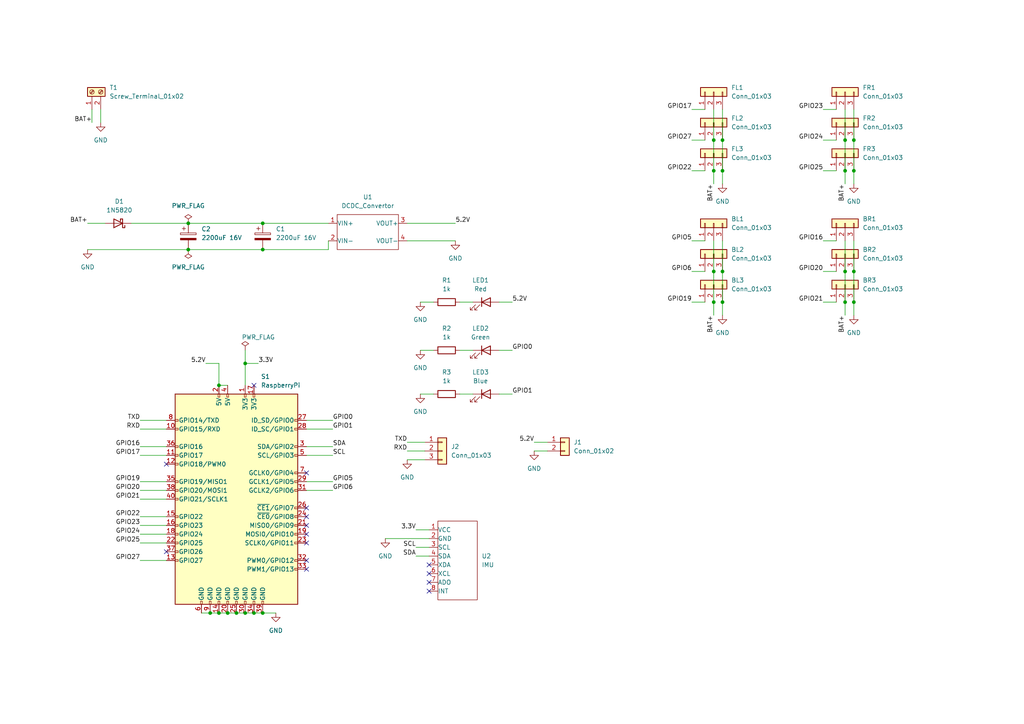
<source format=kicad_sch>
(kicad_sch (version 20211123) (generator eeschema)
  (paper "A4")
  (lib_symbols
    (symbol "Connector:Raspberry_Pi_2_3" (pin_names (offset 1.016))
      (property "Reference" "J" (at -17.78 31.75 0))
      (property "Value" "Raspberry_Pi_2_3" (at 10.16 -31.75 0))
      (symbol "Raspberry_Pi_2_3_0_1"
        (rectangle (start -17.78 30.48) (end 17.78 -30.48) (stroke (width 0.254)) (fill (type background)))
      )
      (symbol "Raspberry_Pi_2_3_1_1"
        (rectangle (start -16.891 -17.526) (end -17.78 -18.034))
        (rectangle (start -16.891 -14.986) (end -17.78 -15.494))
        (rectangle (start -16.891 -12.446) (end -17.78 -12.954))
        (rectangle (start -16.891 -9.906) (end -17.78 -10.414))
        (rectangle (start -16.891 -7.366) (end -17.78 -7.874))
        (rectangle (start -16.891 -4.826) (end -17.78 -5.334))
        (rectangle (start -16.891 0.254) (end -17.78 -0.254))
        (rectangle (start -16.891 2.794) (end -17.78 2.286))
        (rectangle (start -16.891 5.334) (end -17.78 4.826))
        (rectangle (start -16.891 10.414) (end -17.78 9.906))
        (rectangle (start -16.891 12.954) (end -17.78 12.446))
        (rectangle (start -16.891 15.494) (end -17.78 14.986))
        (rectangle (start -16.891 20.574) (end -17.78 20.066))
        (rectangle (start -16.891 23.114) (end -17.78 22.606))
        (rectangle (start -10.414 -29.591) (end -9.906 -30.48))
        (rectangle (start -7.874 -29.591) (end -7.366 -30.48))
        (rectangle (start -5.334 -29.591) (end -4.826 -30.48))
        (rectangle (start -5.334 30.48) (end -4.826 29.591))
        (rectangle (start -2.794 -29.591) (end -2.286 -30.48))
        (rectangle (start -2.794 30.48) (end -2.286 29.591))
        (rectangle (start -0.254 -29.591) (end 0.254 -30.48))
        (rectangle (start 2.286 -29.591) (end 2.794 -30.48))
        (rectangle (start 2.286 30.48) (end 2.794 29.591))
        (rectangle (start 4.826 -29.591) (end 5.334 -30.48))
        (rectangle (start 4.826 30.48) (end 5.334 29.591))
        (rectangle (start 7.366 -29.591) (end 7.874 -30.48))
        (rectangle (start 17.78 -20.066) (end 16.891 -20.574))
        (rectangle (start 17.78 -17.526) (end 16.891 -18.034))
        (rectangle (start 17.78 -12.446) (end 16.891 -12.954))
        (rectangle (start 17.78 -9.906) (end 16.891 -10.414))
        (rectangle (start 17.78 -7.366) (end 16.891 -7.874))
        (rectangle (start 17.78 -4.826) (end 16.891 -5.334))
        (rectangle (start 17.78 -2.286) (end 16.891 -2.794))
        (rectangle (start 17.78 2.794) (end 16.891 2.286))
        (rectangle (start 17.78 5.334) (end 16.891 4.826))
        (rectangle (start 17.78 7.874) (end 16.891 7.366))
        (rectangle (start 17.78 12.954) (end 16.891 12.446))
        (rectangle (start 17.78 15.494) (end 16.891 14.986))
        (rectangle (start 17.78 20.574) (end 16.891 20.066))
        (rectangle (start 17.78 23.114) (end 16.891 22.606))
        (pin power_in line (at 2.54 33.02 270) (length 2.54) (name "3V3") (number "1"))
        (pin bidirectional line (at -20.32 20.32 0) (length 2.54) (name "GPIO15/RXD") (number "10"))
        (pin bidirectional line (at -20.32 12.7 0) (length 2.54) (name "GPIO17") (number "11"))
        (pin bidirectional line (at -20.32 10.16 0) (length 2.54) (name "GPIO18/PWM0") (number "12"))
        (pin bidirectional line (at -20.32 -17.78 0) (length 2.54) (name "GPIO27") (number "13"))
        (pin power_in line (at -5.08 -33.02 90) (length 2.54) (name "GND") (number "14"))
        (pin bidirectional line (at -20.32 -5.08 0) (length 2.54) (name "GPIO22") (number "15"))
        (pin bidirectional line (at -20.32 -7.62 0) (length 2.54) (name "GPIO23") (number "16"))
        (pin power_in line (at 5.08 33.02 270) (length 2.54) (name "3V3") (number "17"))
        (pin bidirectional line (at -20.32 -10.16 0) (length 2.54) (name "GPIO24") (number "18"))
        (pin bidirectional line (at 20.32 -10.16 180) (length 2.54) (name "MOSI0/GPIO10") (number "19"))
        (pin power_in line (at -5.08 33.02 270) (length 2.54) (name "5V") (number "2"))
        (pin power_in line (at -2.54 -33.02 90) (length 2.54) (name "GND") (number "20"))
        (pin bidirectional line (at 20.32 -7.62 180) (length 2.54) (name "MISO0/GPIO9") (number "21"))
        (pin bidirectional line (at -20.32 -12.7 0) (length 2.54) (name "GPIO25") (number "22"))
        (pin bidirectional line (at 20.32 -12.7 180) (length 2.54) (name "SCLK0/GPIO11") (number "23"))
        (pin bidirectional line (at 20.32 -5.08 180) (length 2.54) (name "~{CE0}/GPIO8") (number "24"))
        (pin power_in line (at 0 -33.02 90) (length 2.54) (name "GND") (number "25"))
        (pin bidirectional line (at 20.32 -2.54 180) (length 2.54) (name "~{CE1}/GPIO7") (number "26"))
        (pin bidirectional line (at 20.32 22.86 180) (length 2.54) (name "ID_SD/GPIO0") (number "27"))
        (pin bidirectional line (at 20.32 20.32 180) (length 2.54) (name "ID_SC/GPIO1") (number "28"))
        (pin bidirectional line (at 20.32 5.08 180) (length 2.54) (name "GCLK1/GPIO5") (number "29"))
        (pin bidirectional line (at 20.32 15.24 180) (length 2.54) (name "SDA/GPIO2") (number "3"))
        (pin power_in line (at 2.54 -33.02 90) (length 2.54) (name "GND") (number "30"))
        (pin bidirectional line (at 20.32 2.54 180) (length 2.54) (name "GCLK2/GPIO6") (number "31"))
        (pin bidirectional line (at 20.32 -17.78 180) (length 2.54) (name "PWM0/GPIO12") (number "32"))
        (pin bidirectional line (at 20.32 -20.32 180) (length 2.54) (name "PWM1/GPIO13") (number "33"))
        (pin power_in line (at 5.08 -33.02 90) (length 2.54) (name "GND") (number "34"))
        (pin bidirectional line (at -20.32 5.08 0) (length 2.54) (name "GPIO19/MISO1") (number "35"))
        (pin bidirectional line (at -20.32 15.24 0) (length 2.54) (name "GPIO16") (number "36"))
        (pin bidirectional line (at -20.32 -15.24 0) (length 2.54) (name "GPIO26") (number "37"))
        (pin bidirectional line (at -20.32 2.54 0) (length 2.54) (name "GPIO20/MOSI1") (number "38"))
        (pin power_in line (at 7.62 -33.02 90) (length 2.54) (name "GND") (number "39"))
        (pin power_in line (at -2.54 33.02 270) (length 2.54) (name "5V") (number "4"))
        (pin bidirectional line (at -20.32 0 0) (length 2.54) (name "GPIO21/SCLK1") (number "40"))
        (pin bidirectional line (at 20.32 12.7 180) (length 2.54) (name "SCL/GPIO3") (number "5"))
        (pin power_in line (at -10.16 -33.02 90) (length 2.54) (name "GND") (number "6"))
        (pin bidirectional line (at 20.32 7.62 180) (length 2.54) (name "GCLK0/GPIO4") (number "7"))
        (pin bidirectional line (at -20.32 22.86 0) (length 2.54) (name "GPIO14/TXD") (number "8"))
        (pin power_in line (at -7.62 -33.02 90) (length 2.54) (name "GND") (number "9"))
      )
    )
    (symbol "Connector:Screw_Terminal_01x02" (pin_names (offset 1.016) hide)
      (property "Reference" "J" (at 0 2.54 0))
      (property "Value" "Screw_Terminal_01x02" (at 0 -5.08 0))
      (symbol "Screw_Terminal_01x02_1_1"
        (rectangle (start -1.27 1.27) (end 1.27 -3.81) (stroke (width 0.254)) (fill (type background)))
        (circle (center 0 -2.54) (radius 0.635) (stroke (width 0.1524)))
        (polyline (pts (xy -0.5334 -2.2098) (xy 0.3302 -3.048)) (stroke (width 0.1524)))
        (polyline (pts (xy -0.5334 0.3302) (xy 0.3302 -0.508)) (stroke (width 0.1524)))
        (polyline (pts (xy -0.3556 -2.032) (xy 0.508 -2.8702)) (stroke (width 0.1524)))
        (polyline (pts (xy -0.3556 0.508) (xy 0.508 -0.3302)) (stroke (width 0.1524)))
        (circle (center 0 0) (radius 0.635) (stroke (width 0.1524)))
        (pin passive line (at -5.08 0 0) (length 3.81) (name "Pin_1") (number "1"))
        (pin passive line (at -5.08 -2.54 0) (length 3.81) (name "Pin_2") (number "2"))
      )
    )
    (symbol "Connector_Generic:Conn_01x02" (pin_names (offset 1.016) hide)
      (property "Reference" "J" (at 0 2.54 0))
      (property "Value" "Conn_01x02" (at 0 -5.08 0))
      (symbol "Conn_01x02_1_1"
        (rectangle (start -1.27 -2.413) (end 0 -2.667) (stroke (width 0.1524)))
        (rectangle (start -1.27 0.127) (end 0 -0.127) (stroke (width 0.1524)))
        (rectangle (start -1.27 1.27) (end 1.27 -3.81) (stroke (width 0.254)) (fill (type background)))
        (pin passive line (at -5.08 0 0) (length 3.81) (name "Pin_1") (number "1"))
        (pin passive line (at -5.08 -2.54 0) (length 3.81) (name "Pin_2") (number "2"))
      )
    )
    (symbol "Connector_Generic:Conn_01x03" (pin_names (offset 1.016) hide)
      (property "Reference" "J" (at 0 5.08 0))
      (property "Value" "Conn_01x03" (at 0 -5.08 0))
      (symbol "Conn_01x03_1_1"
        (rectangle (start -1.27 -2.413) (end 0 -2.667) (stroke (width 0.1524)))
        (rectangle (start -1.27 0.127) (end 0 -0.127) (stroke (width 0.1524)))
        (rectangle (start -1.27 2.667) (end 0 2.413) (stroke (width 0.1524)))
        (rectangle (start -1.27 3.81) (end 1.27 -3.81) (stroke (width 0.254)) (fill (type background)))
        (pin passive line (at -5.08 2.54 0) (length 3.81) (name "Pin_1") (number "1"))
        (pin passive line (at -5.08 0 0) (length 3.81) (name "Pin_2") (number "2"))
        (pin passive line (at -5.08 -2.54 0) (length 3.81) (name "Pin_3") (number "3"))
      )
    )
    (symbol "Device:C_Polarized" (pin_numbers hide) (pin_names (offset 0.254))
      (property "Reference" "C" (at 0.635 2.54 0))
      (property "Value" "C_Polarized" (at 0.635 -2.54 0))
      (symbol "C_Polarized_0_1"
        (rectangle (start -2.286 0.508) (end 2.286 1.016))
        (polyline (pts (xy -1.778 2.286) (xy -0.762 2.286)))
        (polyline (pts (xy -1.27 2.794) (xy -1.27 1.778)))
        (rectangle (start 2.286 -0.508) (end -2.286 -1.016) (fill (type outline)))
      )
      (symbol "C_Polarized_1_1"
        (pin passive line (at 0 3.81 270) (length 2.794) (name "~") (number "1"))
        (pin passive line (at 0 -3.81 90) (length 2.794) (name "~") (number "2"))
      )
    )
    (symbol "Device:LED" (pin_numbers hide) (pin_names (offset 1.016) hide)
      (property "Reference" "D" (at 0 2.54 0))
      (property "Value" "LED" (at 0 -2.54 0))
      (symbol "LED_0_1"
        (polyline (pts (xy -1.27 -1.27) (xy -1.27 1.27)) (stroke (width 0.254)))
        (polyline (pts (xy -1.27 0) (xy 1.27 0)))
        (polyline (pts (xy 1.27 -1.27) (xy 1.27 1.27) (xy -1.27 0) (xy 1.27 -1.27)) (stroke (width 0.254)))
        (polyline (pts (xy -3.048 -0.762) (xy -4.572 -2.286) (xy -3.81 -2.286) (xy -4.572 -2.286) (xy -4.572 -1.524)))
        (polyline (pts (xy -1.778 -0.762) (xy -3.302 -2.286) (xy -2.54 -2.286) (xy -3.302 -2.286) (xy -3.302 -1.524)))
      )
      (symbol "LED_1_1"
        (pin passive line (at -3.81 0 0) (length 2.54) (name "K") (number "1"))
        (pin passive line (at 3.81 0 180) (length 2.54) (name "A") (number "2"))
      )
    )
    (symbol "Device:R" (pin_numbers hide) (pin_names (offset 0))
      (property "Reference" "R" (at 2.032 0 90))
      (property "Value" "R" (at 0 0 90))
      (symbol "R_0_1"
        (rectangle (start -1.016 -2.54) (end 1.016 2.54) (stroke (width 0.254)))
      )
      (symbol "R_1_1"
        (pin passive line (at 0 3.81 270) (length 1.27) (name "~") (number "1"))
        (pin passive line (at 0 -3.81 90) (length 1.27) (name "~") (number "2"))
      )
    )
    (symbol "Diode:1N5820" (pin_numbers hide) (pin_names (offset 1.016) hide)
      (property "Reference" "D" (at 0 2.54 0))
      (property "Value" "1N5820" (at 0 -2.54 0))
      (symbol "1N5820_0_1"
        (polyline (pts (xy 1.27 0) (xy -1.27 0)))
        (polyline (pts (xy 1.27 1.27) (xy 1.27 -1.27) (xy -1.27 0) (xy 1.27 1.27)) (stroke (width 0.254)))
        (polyline (pts (xy -1.905 0.635) (xy -1.905 1.27) (xy -1.27 1.27) (xy -1.27 -1.27) (xy -0.635 -1.27) (xy -0.635 -0.635)) (stroke (width 0.254)))
      )
      (symbol "1N5820_1_1"
        (pin passive line (at -3.81 0 0) (length 2.54) (name "K") (number "1"))
        (pin passive line (at 3.81 0 180) (length 2.54) (name "A") (number "2"))
      )
    )
    (symbol "mysymbol:DCDC_Convertor" (pin_names (offset 0.0001))
      (property "Reference" "U1" (at 10.16 -8.89 90))
      (property "Value" "DCDC_Convertor" (at 7.62 -8.89 90))
      (symbol "DCDC_Convertor_0_1"
        (rectangle (start -5.08 17.78) (end 5.08 0))
      )
      (symbol "DCDC_Convertor_1_1"
        (pin power_in line (at -2.54 -2.54 90) (length 2.54) (name "VIN+") (number "1"))
        (pin power_in line (at 2.54 -2.54 90) (length 2.54) (name "VIN-") (number "2"))
        (pin power_out line (at -2.54 20.32 270) (length 2.54) (name "VOUT+") (number "3"))
        (pin power_in line (at 2.54 20.32 270) (length 2.54) (name "VOUT-") (number "4"))
      )
    )
    (symbol "mysymbol:IMU" (pin_names (offset 0.0001))
      (property "Reference" "U" (at 6.35 -1.27 0))
      (property "Value" "IMU" (at 7.62 11.43 0))
      (symbol "IMU_0_1"
        (rectangle (start 0 22.86) (end 11.43 0))
      )
      (symbol "IMU_1_1"
        (pin input line (at -2.54 20.32 0) (length 2.54) (name "VCC") (number "1"))
        (pin input line (at -2.54 17.78 0) (length 2.54) (name "GND") (number "2"))
        (pin input line (at -2.54 15.24 0) (length 2.54) (name "SCL") (number "3"))
        (pin input line (at -2.54 12.7 0) (length 2.54) (name "SDA") (number "4"))
        (pin input line (at -2.54 10.16 0) (length 2.54) (name "XDA") (number "5"))
        (pin input line (at -2.54 7.62 0) (length 2.54) (name "XCL") (number "6"))
        (pin input line (at -2.54 5.08 0) (length 2.54) (name "ADO") (number "7"))
        (pin input line (at -2.54 2.54 0) (length 2.54) (name "INT") (number "8"))
      )
    )
    (symbol "power:GND" (power) (pin_names (offset 0))
      (property "Value" "GND" (at 0 -3.81 0))
      (symbol "GND_0_1"
        (polyline (pts (xy 0 0) (xy 0 -1.27) (xy 1.27 -1.27) (xy 0 -2.54) (xy -1.27 -1.27) (xy 0 -1.27)))
      )
      (symbol "GND_1_1"
        (pin power_in line (at 0 0 270) (length 0) hide (name "GND") (number "1"))
      )
    )
    (symbol "power:PWR_FLAG" (power) (pin_numbers hide) (pin_names (offset 0) hide)
      (property "Value" "PWR_FLAG" (at 0 3.81 0))
      (symbol "PWR_FLAG_0_0"
        (pin power_out line (at 0 0 90) (length 0) (name "pwr") (number "1"))
      )
      (symbol "PWR_FLAG_0_1"
        (polyline (pts (xy 0 0) (xy 0 1.27) (xy -1.016 1.905) (xy 0 2.54) (xy 1.016 1.905) (xy 0 1.27)))
      )
    )
  )
  (junction (at 245.11 78.74))
  (junction (at 247.65 78.74))
  (junction (at 54.61 64.77))
  (junction (at 73.66 177.8))
  (junction (at 247.65 87.63))
  (junction (at 209.55 78.74))
  (junction (at 76.2 64.77))
  (junction (at 209.55 40.64))
  (junction (at 60.96 177.8))
  (junction (at 76.2 72.39))
  (junction (at 245.11 49.53))
  (junction (at 71.12 105.41))
  (junction (at 63.5 177.8))
  (junction (at 247.65 40.64))
  (junction (at 207.01 40.64))
  (junction (at 209.55 49.53))
  (junction (at 245.11 40.64))
  (junction (at 245.11 87.63))
  (junction (at 209.55 87.63))
  (junction (at 66.04 177.8))
  (junction (at 71.12 177.8))
  (junction (at 63.5 111.76))
  (junction (at 54.61 72.39))
  (junction (at 207.01 49.53))
  (junction (at 207.01 78.74))
  (junction (at 247.65 49.53))
  (junction (at 68.58 177.8))
  (junction (at 76.2 177.8))
  (junction (at 207.01 87.63))
  (no_connect (at 48.26 160.02))
  (no_connect (at 88.9 149.86))
  (no_connect (at 88.9 152.4))
  (no_connect (at 88.9 154.94))
  (no_connect (at 88.9 157.48))
  (no_connect (at 88.9 162.56))
  (no_connect (at 88.9 165.1))
  (no_connect (at 88.9 137.16))
  (no_connect (at 88.9 147.32))
  (no_connect (at 73.66 111.76))
  (no_connect (at 124.46 168.91))
  (no_connect (at 124.46 163.83))
  (no_connect (at 124.46 171.45))
  (no_connect (at 124.46 166.37))
  (no_connect (at 48.26 134.62))
  (wire (pts (xy 40.64 139.7) (xy 48.26 139.7)))
  (wire (pts (xy 120.65 161.29) (xy 124.46 161.29)))
  (wire (pts (xy 200.66 69.85) (xy 204.47 69.85)))
  (wire (pts (xy 238.76 78.74) (xy 242.57 78.74)))
  (wire (pts (xy 88.9 132.08) (xy 96.52 132.08)))
  (wire (pts (xy 66.04 177.8) (xy 68.58 177.8)))
  (wire (pts (xy 25.4 72.39) (xy 54.61 72.39)))
  (wire (pts (xy 40.64 129.54) (xy 48.26 129.54)))
  (wire (pts (xy 71.12 101.6) (xy 71.12 105.41)))
  (wire (pts (xy 245.11 31.75) (xy 245.11 40.64)))
  (wire (pts (xy 118.11 128.27) (xy 123.19 128.27)))
  (wire (pts (xy 118.11 133.35) (xy 123.19 133.35)))
  (wire (pts (xy 68.58 177.8) (xy 71.12 177.8)))
  (wire (pts (xy 247.65 78.74) (xy 247.65 87.63)))
  (wire (pts (xy 58.42 177.8) (xy 60.96 177.8)))
  (wire (pts (xy 71.12 105.41) (xy 74.93 105.41)))
  (wire (pts (xy 121.92 101.6) (xy 125.73 101.6)))
  (wire (pts (xy 121.92 87.63) (xy 125.73 87.63)))
  (wire (pts (xy 245.11 87.63) (xy 245.11 91.44)))
  (wire (pts (xy 200.66 40.64) (xy 204.47 40.64)))
  (wire (pts (xy 63.5 105.41) (xy 63.5 111.76)))
  (wire (pts (xy 247.65 40.64) (xy 247.65 49.53)))
  (wire (pts (xy 40.64 157.48) (xy 48.26 157.48)))
  (wire (pts (xy 247.65 31.75) (xy 247.65 40.64)))
  (wire (pts (xy 59.69 105.41) (xy 63.5 105.41)))
  (wire (pts (xy 144.78 114.3) (xy 148.59 114.3)))
  (wire (pts (xy 88.9 124.46) (xy 96.52 124.46)))
  (wire (pts (xy 238.76 31.75) (xy 242.57 31.75)))
  (wire (pts (xy 121.92 114.3) (xy 125.73 114.3)))
  (wire (pts (xy 154.94 128.27) (xy 158.75 128.27)))
  (wire (pts (xy 200.66 49.53) (xy 204.47 49.53)))
  (wire (pts (xy 29.21 31.75) (xy 29.21 35.56)))
  (wire (pts (xy 40.64 149.86) (xy 48.26 149.86)))
  (wire (pts (xy 118.11 69.85) (xy 132.08 69.85)))
  (wire (pts (xy 209.55 31.75) (xy 209.55 40.64)))
  (wire (pts (xy 71.12 177.8) (xy 73.66 177.8)))
  (wire (pts (xy 209.55 40.64) (xy 209.55 49.53)))
  (wire (pts (xy 207.01 40.64) (xy 207.01 49.53)))
  (wire (pts (xy 247.65 69.85) (xy 247.65 78.74)))
  (wire (pts (xy 200.66 78.74) (xy 204.47 78.74)))
  (wire (pts (xy 247.65 87.63) (xy 247.65 91.44)))
  (wire (pts (xy 120.65 158.75) (xy 124.46 158.75)))
  (wire (pts (xy 96.52 142.24) (xy 88.9 142.24)))
  (wire (pts (xy 207.01 49.53) (xy 207.01 53.34)))
  (wire (pts (xy 207.01 87.63) (xy 207.01 91.44)))
  (wire (pts (xy 209.55 78.74) (xy 209.55 87.63)))
  (wire (pts (xy 207.01 31.75) (xy 207.01 40.64)))
  (wire (pts (xy 40.64 152.4) (xy 48.26 152.4)))
  (wire (pts (xy 209.55 87.63) (xy 209.55 91.44)))
  (wire (pts (xy 40.64 121.92) (xy 48.26 121.92)))
  (wire (pts (xy 40.64 124.46) (xy 48.26 124.46)))
  (wire (pts (xy 38.1 64.77) (xy 54.61 64.77)))
  (wire (pts (xy 207.01 78.74) (xy 207.01 87.63)))
  (wire (pts (xy 207.01 69.85) (xy 207.01 78.74)))
  (wire (pts (xy 200.66 31.75) (xy 204.47 31.75)))
  (wire (pts (xy 118.11 64.77) (xy 132.08 64.77)))
  (wire (pts (xy 238.76 87.63) (xy 242.57 87.63)))
  (wire (pts (xy 111.76 156.21) (xy 124.46 156.21)))
  (wire (pts (xy 209.55 49.53) (xy 209.55 53.34)))
  (wire (pts (xy 245.11 78.74) (xy 245.11 87.63)))
  (wire (pts (xy 63.5 177.8) (xy 66.04 177.8)))
  (wire (pts (xy 200.66 87.63) (xy 204.47 87.63)))
  (wire (pts (xy 238.76 40.64) (xy 242.57 40.64)))
  (wire (pts (xy 40.64 144.78) (xy 48.26 144.78)))
  (wire (pts (xy 54.61 64.77) (xy 76.2 64.77)))
  (wire (pts (xy 95.25 69.85) (xy 95.25 72.39)))
  (wire (pts (xy 245.11 40.64) (xy 245.11 49.53)))
  (wire (pts (xy 245.11 49.53) (xy 245.11 53.34)))
  (wire (pts (xy 133.35 101.6) (xy 137.16 101.6)))
  (wire (pts (xy 60.96 177.8) (xy 63.5 177.8)))
  (wire (pts (xy 144.78 87.63) (xy 148.59 87.63)))
  (wire (pts (xy 96.52 139.7) (xy 88.9 139.7)))
  (wire (pts (xy 25.4 64.77) (xy 30.48 64.77)))
  (wire (pts (xy 73.66 177.8) (xy 76.2 177.8)))
  (wire (pts (xy 118.11 130.81) (xy 123.19 130.81)))
  (wire (pts (xy 88.9 121.92) (xy 96.52 121.92)))
  (wire (pts (xy 133.35 87.63) (xy 137.16 87.63)))
  (wire (pts (xy 40.64 132.08) (xy 48.26 132.08)))
  (wire (pts (xy 76.2 177.8) (xy 80.01 177.8)))
  (wire (pts (xy 144.78 101.6) (xy 148.59 101.6)))
  (wire (pts (xy 40.64 154.94) (xy 48.26 154.94)))
  (wire (pts (xy 238.76 49.53) (xy 242.57 49.53)))
  (wire (pts (xy 238.76 69.85) (xy 242.57 69.85)))
  (wire (pts (xy 76.2 64.77) (xy 95.25 64.77)))
  (wire (pts (xy 154.94 130.81) (xy 158.75 130.81)))
  (wire (pts (xy 63.5 111.76) (xy 66.04 111.76)))
  (wire (pts (xy 245.11 69.85) (xy 245.11 78.74)))
  (wire (pts (xy 76.2 72.39) (xy 95.25 72.39)))
  (wire (pts (xy 133.35 114.3) (xy 137.16 114.3)))
  (wire (pts (xy 71.12 105.41) (xy 71.12 111.76)))
  (wire (pts (xy 40.64 162.56) (xy 48.26 162.56)))
  (wire (pts (xy 120.65 153.67) (xy 124.46 153.67)))
  (wire (pts (xy 40.64 142.24) (xy 48.26 142.24)))
  (wire (pts (xy 88.9 129.54) (xy 96.52 129.54)))
  (wire (pts (xy 247.65 49.53) (xy 247.65 53.34)))
  (wire (pts (xy 54.61 72.39) (xy 76.2 72.39)))
  (wire (pts (xy 209.55 69.85) (xy 209.55 78.74)))
  (wire (pts (xy 26.67 31.75) (xy 26.67 35.56)))
  (label "GPIO0" (at 96.52 121.92 0))
  (label "GPIO24" (at 238.76 40.64 180))
  (label "GPIO25" (at 40.64 157.48 180))
  (label "GPIO21" (at 238.76 87.63 180))
  (label "GPIO1" (at 148.59 114.3 0))
  (label "5.2V" (at 59.69 105.41 180))
  (label "GPIO1" (at 96.52 124.46 0))
  (label "GPIO17" (at 200.66 31.75 180))
  (label "GPIO16" (at 40.64 129.54 180))
  (label "BAT+" (at 26.67 35.56 180))
  (label "GPIO20" (at 238.76 78.74 180))
  (label "GPIO6" (at 96.52 142.24 0))
  (label "GPIO16" (at 238.76 69.85 180))
  (label "GPIO19" (at 200.66 87.63 180))
  (label "BAT+" (at 245.11 91.44 270))
  (label "TXD" (at 118.11 128.27 180))
  (label "SCL" (at 96.52 132.08 0))
  (label "GPIO5" (at 200.66 69.85 180))
  (label "GPIO22" (at 200.66 49.53 180))
  (label "GPIO27" (at 200.66 40.64 180))
  (label "GPIO0" (at 148.59 101.6 0))
  (label "GPIO24" (at 40.64 154.94 180))
  (label "GPIO23" (at 40.64 152.4 180))
  (label "5.2V" (at 148.59 87.63 0))
  (label "5.2V" (at 132.08 64.77 0))
  (label "BAT+" (at 245.11 53.34 270))
  (label "RXD" (at 40.64 124.46 180))
  (label "BAT+" (at 25.4 64.77 180))
  (label "RXD" (at 118.11 130.81 180))
  (label "GPIO23" (at 238.76 31.75 180))
  (label "SDA" (at 120.65 161.29 180))
  (label "GPIO22" (at 40.64 149.86 180))
  (label "BAT+" (at 207.01 91.44 270))
  (label "GPIO17" (at 40.64 132.08 180))
  (label "5.2V" (at 154.94 128.27 180))
  (label "3.3V" (at 74.93 105.41 0))
  (label "GPIO5" (at 96.52 139.7 0))
  (label "SDA" (at 96.52 129.54 0))
  (label "GPIO20" (at 40.64 142.24 180))
  (label "TXD" (at 40.64 121.92 180))
  (label "GPIO21" (at 40.64 144.78 180))
  (label "SCL" (at 120.65 158.75 180))
  (label "GPIO19" (at 40.64 139.7 180))
  (label "BAT+" (at 207.01 53.34 270))
  (label "GPIO6" (at 200.66 78.74 180))
  (label "3.3V" (at 120.65 153.67 180))
  (label "GPIO25" (at 238.76 49.53 180))
  (label "GPIO27" (at 40.64 162.56 180))
  (symbol (lib_id "Device:LED") (at 140.97 87.63 0) (unit 1)
    (property "Reference" "LED1" (at 139.3825 81.28 0))
    (property "Value" "Red" (at 139.3825 83.82 0))
    (property "Footprint" "LED_THT:LED_D5.0mm" (effects hide))
  )
  (symbol (lib_id "Device:C_Polarized") (at 54.61 68.58 0) (unit 1)
    (property "Reference" "C2" (at 58.42 66.4209 0) (effects (justify left)))
    (property "Value" "2200uF 16V" (at 58.42 68.9609 0) (effects (justify left)))
    (property "Footprint" "Capacitor_THT:CP_Radial_D10.0mm_P5.00mm" (effects hide))
  )
  (symbol (lib_id "power:GND") (at 121.92 114.3 0) (unit 1)
    (property "Reference" "#PWR0114" (effects hide))
    (property "Value" "GND" (at 121.92 119.38 0))
  )
  (symbol (lib_id "power:GND") (at 154.94 130.81 0) (unit 1)
    (property "Reference" "#PWR0109" (effects hide))
    (property "Value" "GND" (at 154.94 135.89 0))
  )
  (symbol (lib_id "Device:LED") (at 140.97 101.6 0) (unit 1)
    (property "Reference" "LED2" (at 139.3825 95.25 0))
    (property "Value" "Green" (at 139.3825 97.79 0))
    (property "Footprint" "LED_THT:LED_D5.0mm" (effects hide))
  )
  (symbol (lib_id "Connector_Generic:Conn_01x03") (at 245.11 82.55 90) (unit 1)
    (property "Reference" "BR3" (at 250.19 81.2799 90) (effects (justify right)))
    (property "Value" "Conn_01x03" (at 250.19 83.8199 90) (effects (justify right)))
    (property "Footprint" "myfootprint:PinHeader_1x3P2.54mm" (effects hide))
  )
  (symbol (lib_id "Connector_Generic:Conn_01x03") (at 207.01 64.77 90) (unit 1)
    (property "Reference" "BL1" (at 212.09 63.4999 90) (effects (justify right)))
    (property "Value" "Conn_01x03" (at 212.09 66.0399 90) (effects (justify right)))
    (property "Footprint" "myfootprint:PinHeader_1x3P2.54mm" (effects hide))
  )
  (symbol (lib_id "Connector_Generic:Conn_01x03") (at 245.11 44.45 90) (unit 1)
    (property "Reference" "FR3" (at 250.19 43.1799 90) (effects (justify right)))
    (property "Value" "Conn_01x03" (at 250.19 45.7199 90) (effects (justify right)))
    (property "Footprint" "myfootprint:PinHeader_1x3P2.54mm" (effects hide))
  )
  (symbol (lib_id "Device:R") (at 129.54 114.3 90) (unit 1)
    (property "Reference" "R3" (at 129.54 107.95 90))
    (property "Value" "1k" (at 129.54 110.49 90))
    (property "Footprint" "Resistor_THT:R_Axial_DIN0207_L6.3mm_D2.5mm_P2.54mm_Vertical" (effects hide))
  )
  (symbol (lib_id "power:GND") (at 209.55 91.44 0) (unit 1)
    (property "Reference" "#PWR0110" (effects hide))
    (property "Value" "GND" (at 209.55 96.52 0))
  )
  (symbol (lib_id "Connector_Generic:Conn_01x03") (at 207.01 82.55 90) (unit 1)
    (property "Reference" "BL3" (at 212.09 81.2799 90) (effects (justify right)))
    (property "Value" "Conn_01x03" (at 212.09 83.8199 90) (effects (justify right)))
    (property "Footprint" "myfootprint:PinHeader_1x3P2.54mm" (effects hide))
  )
  (symbol (lib_id "power:GND") (at 80.01 177.8 0) (unit 1)
    (property "Reference" "#PWR0101" (effects hide))
    (property "Value" "GND" (at 80.01 182.88 0))
  )
  (symbol (lib_id "power:GND") (at 29.21 35.56 0) (unit 1)
    (property "Reference" "#PWR0104" (effects hide))
    (property "Value" "GND" (at 29.21 40.64 0))
  )
  (symbol (lib_id "Connector_Generic:Conn_01x03") (at 207.01 44.45 90) (unit 1)
    (property "Reference" "FL3" (at 212.09 43.1799 90) (effects (justify right)))
    (property "Value" "Conn_01x03" (at 212.09 45.7199 90) (effects (justify right)))
    (property "Footprint" "myfootprint:PinHeader_1x3P2.54mm" (effects hide))
  )
  (symbol (lib_id "power:PWR_FLAG") (at 71.12 101.6 0) (unit 1)
    (property "Reference" "#FLG0103" (effects hide))
    (property "Value" "PWR_FLAG" (at 74.93 97.79 0))
  )
  (symbol (lib_id "power:GND") (at 247.65 53.34 0) (unit 1)
    (property "Reference" "#PWR0112" (effects hide))
    (property "Value" "GND" (at 247.65 58.42 0))
  )
  (symbol (lib_id "power:GND") (at 209.55 53.34 0) (unit 1)
    (property "Reference" "#PWR0111" (effects hide))
    (property "Value" "GND" (at 209.55 58.42 0))
  )
  (symbol (lib_id "Device:LED") (at 140.97 114.3 0) (unit 1)
    (property "Reference" "LED3" (at 139.3825 107.95 0))
    (property "Value" "Blue" (at 139.3825 110.49 0))
    (property "Footprint" "LED_THT:LED_D5.0mm" (effects hide))
  )
  (symbol (lib_id "Diode:1N5820") (at 34.29 64.77 180) (unit 1)
    (property "Reference" "D1" (at 34.6075 58.42 0))
    (property "Value" "1N5820" (at 34.6075 60.96 0))
    (property "Footprint" "Diode_THT:D_DO-201AD_P5.08mm_Vertical_AnodeUp" (effects hide))
    (property "Datasheet" "http://www.vishay.com/docs/88526/1n5820.pdf" (effects hide))
  )
  (symbol (lib_id "Connector_Generic:Conn_01x03") (at 207.01 26.67 90) (unit 1)
    (property "Reference" "FL1" (at 212.09 25.3999 90) (effects (justify right)))
    (property "Value" "Conn_01x03" (at 212.09 27.9399 90) (effects (justify right)))
    (property "Footprint" "myfootprint:PinHeader_1x3P2.54mm" (effects hide))
  )
  (symbol (lib_id "Connector_Generic:Conn_01x03") (at 207.01 35.56 90) (unit 1)
    (property "Reference" "FL2" (at 212.09 34.2899 90) (effects (justify right)))
    (property "Value" "Conn_01x03" (at 212.09 36.8299 90) (effects (justify right)))
    (property "Footprint" "myfootprint:PinHeader_1x3P2.54mm" (effects hide))
  )
  (symbol (lib_id "power:GND") (at 132.08 69.85 0) (unit 1)
    (property "Reference" "#PWR0102" (effects hide))
    (property "Value" "GND" (at 132.08 74.93 0))
  )
  (symbol (lib_id "power:GND") (at 118.11 133.35 0) (unit 1)
    (property "Reference" "#PWR0108" (effects hide))
    (property "Value" "GND" (at 118.11 138.43 0))
  )
  (symbol (lib_id "power:GND") (at 121.92 101.6 0) (unit 1)
    (property "Reference" "#PWR0107" (effects hide))
    (property "Value" "GND" (at 121.92 106.68 0))
  )
  (symbol (lib_id "Connector_Generic:Conn_01x03") (at 245.11 73.66 90) (unit 1)
    (property "Reference" "BR2" (at 250.19 72.3899 90) (effects (justify right)))
    (property "Value" "Conn_01x03" (at 250.19 74.9299 90) (effects (justify right)))
    (property "Footprint" "myfootprint:PinHeader_1x3P2.54mm" (effects hide))
  )
  (symbol (lib_id "power:PWR_FLAG") (at 54.61 72.39 180) (unit 1)
    (property "Reference" "#FLG0101" (effects hide))
    (property "Value" "PWR_FLAG" (at 54.61 77.47 0))
  )
  (symbol (lib_id "power:GND") (at 247.65 91.44 0) (unit 1)
    (property "Reference" "#PWR0113" (effects hide))
    (property "Value" "GND" (at 247.65 96.52 0))
  )
  (symbol (lib_id "mysymbol:DCDC_Convertor") (at 97.79 67.31 270) (unit 1)
    (property "Reference" "U1" (at 106.68 57.15 90))
    (property "Value" "DCDC_Convertor" (at 106.68 59.69 90))
    (property "Footprint" "myfootprint:module_XL6009_dcdc" (effects hide))
  )
  (symbol (lib_id "power:PWR_FLAG") (at 54.61 64.77 0) (unit 1)
    (property "Reference" "#FLG0102" (effects hide))
    (property "Value" "PWR_FLAG" (at 54.61 59.69 0))
  )
  (symbol (lib_id "Connector_Generic:Conn_01x03") (at 245.11 26.67 90) (unit 1)
    (property "Reference" "FR1" (at 250.19 25.3999 90) (effects (justify right)))
    (property "Value" "Conn_01x03" (at 250.19 27.9399 90) (effects (justify right)))
    (property "Footprint" "myfootprint:PinHeader_1x3P2.54mm" (effects hide))
  )
  (symbol (lib_id "Connector:Screw_Terminal_01x02") (at 26.67 26.67 90) (unit 1)
    (property "Reference" "T1" (at 31.75 25.3999 90) (effects (justify right)))
    (property "Value" "Screw_Terminal_01x02" (at 31.75 27.9399 90) (effects (justify right)))
    (property "Footprint" "myfootprint:TerminalBlock_2P5.08mm" (effects hide))
  )
  (symbol (lib_id "Connector_Generic:Conn_01x03") (at 245.11 64.77 90) (unit 1)
    (property "Reference" "BR1" (at 250.19 63.4999 90) (effects (justify right)))
    (property "Value" "Conn_01x03" (at 250.19 66.0399 90) (effects (justify right)))
    (property "Footprint" "myfootprint:PinHeader_1x3P2.54mm" (effects hide))
  )
  (symbol (lib_id "Connector_Generic:Conn_01x03") (at 128.27 130.81 0) (unit 1)
    (property "Reference" "J2" (at 130.81 129.5399 0) (effects (justify left)))
    (property "Value" "Conn_01x03" (at 130.81 132.0799 0) (effects (justify left)))
    (property "Footprint" "myfootprint:PinHeader_1x3P2.54mm" (effects hide))
  )
  (symbol (lib_id "power:GND") (at 111.76 156.21 0) (unit 1)
    (property "Reference" "#PWR0106" (effects hide))
    (property "Value" "GND" (at 111.76 161.29 0))
  )
  (symbol (lib_id "Connector_Generic:Conn_01x03") (at 245.11 35.56 90) (unit 1)
    (property "Reference" "FR2" (at 250.19 34.2899 90) (effects (justify right)))
    (property "Value" "Conn_01x03" (at 250.19 36.8299 90) (effects (justify right)))
    (property "Footprint" "myfootprint:PinHeader_1x3P2.54mm" (effects hide))
  )
  (symbol (lib_id "Connector_Generic:Conn_01x03") (at 207.01 73.66 90) (unit 1)
    (property "Reference" "BL2" (at 212.09 72.3899 90) (effects (justify right)))
    (property "Value" "Conn_01x03" (at 212.09 74.9299 90) (effects (justify right)))
    (property "Footprint" "myfootprint:PinHeader_1x3P2.54mm" (effects hide))
  )
  (symbol (lib_id "mysymbol:IMU") (at 127 173.99 0) (unit 1)
    (property "Reference" "U2" (at 139.7 161.2899 0) (effects (justify left)))
    (property "Value" "IMU" (at 139.7 163.8299 0) (effects (justify left)))
    (property "Footprint" "myfootprint:imu_mpu6050" (effects hide))
  )
  (symbol (lib_id "power:GND") (at 25.4 72.39 0) (unit 1)
    (property "Reference" "#PWR0103" (effects hide))
    (property "Value" "GND" (at 25.4 77.47 0))
  )
  (symbol (lib_id "power:GND") (at 121.92 87.63 0) (unit 1)
    (property "Reference" "#PWR0105" (effects hide))
    (property "Value" "GND" (at 121.92 92.71 0))
  )
  (symbol (lib_id "Device:C_Polarized") (at 76.2 68.58 0) (unit 1)
    (property "Reference" "C1" (at 80.01 66.4209 0) (effects (justify left)))
    (property "Value" "2200uF 16V" (at 80.01 68.9609 0) (effects (justify left)))
    (property "Footprint" "Capacitor_THT:CP_Radial_D10.0mm_P5.00mm" (effects hide))
  )
  (symbol (lib_id "Device:R") (at 129.54 87.63 90) (unit 1)
    (property "Reference" "R1" (at 129.54 81.28 90))
    (property "Value" "1k" (at 129.54 83.82 90))
    (property "Footprint" "Resistor_THT:R_Axial_DIN0207_L6.3mm_D2.5mm_P2.54mm_Vertical" (effects hide))
  )
  (symbol (lib_id "Connector:Raspberry_Pi_2_3") (at 68.58 144.78 0) (unit 1)
    (property "Reference" "S1" (at 75.6794 109.22 0) (effects (justify left)))
    (property "Value" "RaspberryPi" (at 75.6794 111.76 0) (effects (justify left)))
    (property "Footprint" "Connector_PinSocket_2.54mm:PinSocket_2x20_P2.54mm_Vertical" (effects hide))
    (property "Datasheet" "https://www.raspberrypi.org/documentation/hardware/raspberrypi/schematics/rpi_SCH_3bplus_1p0_reduced.pdf" (effects hide))
  )
  (symbol (lib_id "Device:R") (at 129.54 101.6 90) (unit 1)
    (property "Reference" "R2" (at 129.54 95.25 90))
    (property "Value" "1k" (at 129.54 97.79 90))
    (property "Footprint" "Resistor_THT:R_Axial_DIN0207_L6.3mm_D2.5mm_P2.54mm_Vertical" (effects hide))
  )
  (symbol (lib_id "Connector_Generic:Conn_01x02") (at 163.83 128.27 0) (unit 1)
    (property "Reference" "J1" (at 166.37 128.2699 0) (effects (justify left)))
    (property "Value" "Conn_01x02" (at 166.37 130.8099 0) (effects (justify left)))
    (property "Footprint" "myfootprint:PinHeader_1x2P2.54mm" (effects hide))
  )
)
</source>
